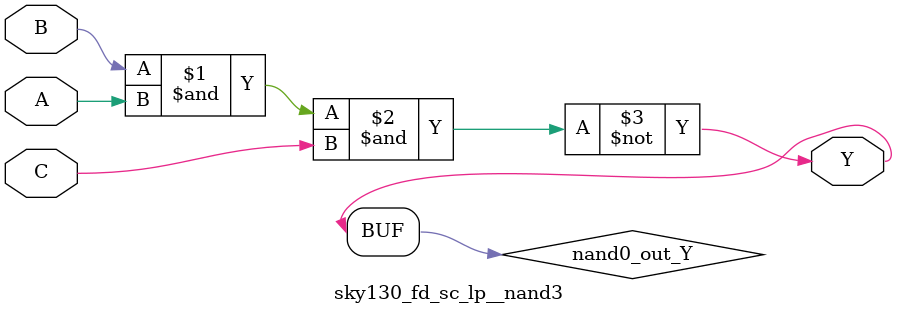
<source format=v>
/*
 * Copyright 2020 The SkyWater PDK Authors
 *
 * Licensed under the Apache License, Version 2.0 (the "License");
 * you may not use this file except in compliance with the License.
 * You may obtain a copy of the License at
 *
 *     https://www.apache.org/licenses/LICENSE-2.0
 *
 * Unless required by applicable law or agreed to in writing, software
 * distributed under the License is distributed on an "AS IS" BASIS,
 * WITHOUT WARRANTIES OR CONDITIONS OF ANY KIND, either express or implied.
 * See the License for the specific language governing permissions and
 * limitations under the License.
 *
 * SPDX-License-Identifier: Apache-2.0
*/


`ifndef SKY130_FD_SC_LP__NAND3_FUNCTIONAL_V
`define SKY130_FD_SC_LP__NAND3_FUNCTIONAL_V

/**
 * nand3: 3-input NAND.
 *
 * Verilog simulation functional model.
 */

`timescale 1ns / 1ps
`default_nettype none

`celldefine
module sky130_fd_sc_lp__nand3 (
    Y,
    A,
    B,
    C
);

    // Module ports
    output Y;
    input  A;
    input  B;
    input  C;

    // Local signals
    wire nand0_out_Y;

    //   Name   Output       Other arguments
    nand nand0 (nand0_out_Y, B, A, C        );
    buf  buf0  (Y          , nand0_out_Y    );

endmodule
`endcelldefine

`default_nettype wire
`endif  // SKY130_FD_SC_LP__NAND3_FUNCTIONAL_V
</source>
